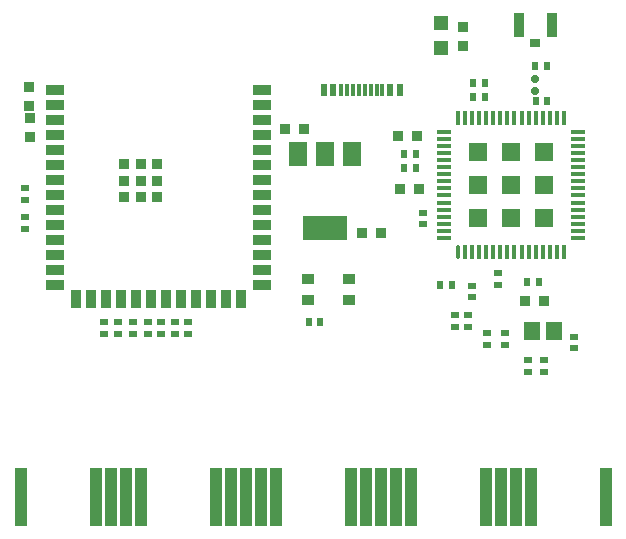
<source format=gtp>
G04*
G04 #@! TF.GenerationSoftware,Altium Limited,Altium Designer,24.2.2 (26)*
G04*
G04 Layer_Color=8421504*
%FSLAX43Y43*%
%MOMM*%
G71*
G04*
G04 #@! TF.SameCoordinates,FF286A8D-2D74-404F-B011-C83B2EBF38CC*
G04*
G04*
G04 #@! TF.FilePolarity,Positive*
G04*
G01*
G75*
%ADD17R,0.965X0.762*%
%ADD18R,0.813X2.134*%
%ADD19R,1.000X5.000*%
%ADD20R,0.900X0.900*%
%ADD21R,1.500X0.900*%
%ADD22R,0.900X1.500*%
%ADD23R,0.370X1.170*%
%ADD24R,0.900X0.900*%
%ADD25R,1.170X0.370*%
%ADD26R,1.500X2.000*%
%ADD27R,3.800X2.000*%
%ADD28R,1.000X0.850*%
%ADD29R,0.700X0.600*%
%ADD30R,0.600X0.700*%
G04:AMPARAMS|DCode=31|XSize=0.6mm|YSize=0.7mm|CornerRadius=0.15mm|HoleSize=0mm|Usage=FLASHONLY|Rotation=90.000|XOffset=0mm|YOffset=0mm|HoleType=Round|Shape=RoundedRectangle|*
%AMROUNDEDRECTD31*
21,1,0.600,0.400,0,0,90.0*
21,1,0.300,0.700,0,0,90.0*
1,1,0.300,0.200,0.150*
1,1,0.300,0.200,-0.150*
1,1,0.300,-0.200,-0.150*
1,1,0.300,-0.200,0.150*
%
%ADD31ROUNDEDRECTD31*%
%ADD32R,1.321X1.524*%
%ADD33R,0.600X1.140*%
%ADD34R,0.300X1.140*%
%ADD35R,1.600X1.600*%
G04:AMPARAMS|DCode=36|XSize=1.17mm|YSize=0.37mm|CornerRadius=0.185mm|HoleSize=0mm|Usage=FLASHONLY|Rotation=90.000|XOffset=0mm|YOffset=0mm|HoleType=Round|Shape=RoundedRectangle|*
%AMROUNDEDRECTD36*
21,1,1.170,0.000,0,0,90.0*
21,1,0.800,0.370,0,0,90.0*
1,1,0.370,0.000,0.400*
1,1,0.370,0.000,-0.400*
1,1,0.370,0.000,-0.400*
1,1,0.370,0.000,0.400*
%
%ADD36ROUNDEDRECTD36*%
%ADD37R,1.200X1.200*%
D17*
X44800Y40819D02*
D03*
D18*
X46195Y42343D02*
D03*
X43404D02*
D03*
D19*
X1235Y2450D02*
D03*
X10125D02*
D03*
X11395D02*
D03*
X7585D02*
D03*
X8855D02*
D03*
X20285D02*
D03*
X19015D02*
D03*
X17745D02*
D03*
X21555D02*
D03*
X22825D02*
D03*
X30445D02*
D03*
X29175D02*
D03*
X32985D02*
D03*
X34255D02*
D03*
X31715D02*
D03*
X43145D02*
D03*
X40605D02*
D03*
X41875D02*
D03*
X50765D02*
D03*
X44415D02*
D03*
D20*
X12775Y30590D02*
D03*
Y29190D02*
D03*
Y27790D02*
D03*
X11375D02*
D03*
X9975D02*
D03*
Y29190D02*
D03*
Y30590D02*
D03*
X11375D02*
D03*
Y29190D02*
D03*
X33363Y28490D02*
D03*
X33200Y33000D02*
D03*
X30100Y24800D02*
D03*
X43950Y18975D02*
D03*
X45550D02*
D03*
X31700Y24800D02*
D03*
X23600Y33600D02*
D03*
X25200D02*
D03*
X34800Y33000D02*
D03*
X34963Y28490D02*
D03*
D21*
X21625Y36910D02*
D03*
Y35640D02*
D03*
Y34370D02*
D03*
Y33100D02*
D03*
Y31830D02*
D03*
Y30560D02*
D03*
Y29290D02*
D03*
Y28020D02*
D03*
Y20400D02*
D03*
X4125D02*
D03*
Y21670D02*
D03*
Y25480D02*
D03*
Y29290D02*
D03*
Y30560D02*
D03*
Y31830D02*
D03*
Y33100D02*
D03*
Y34370D02*
D03*
Y36910D02*
D03*
Y24210D02*
D03*
Y35640D02*
D03*
X21625Y26750D02*
D03*
Y25480D02*
D03*
Y24210D02*
D03*
Y22940D02*
D03*
Y21670D02*
D03*
X4125Y22940D02*
D03*
Y26750D02*
D03*
Y28020D02*
D03*
D22*
X19860Y19150D02*
D03*
X18590D02*
D03*
X17320D02*
D03*
X16050D02*
D03*
X14780D02*
D03*
X13510D02*
D03*
X12240D02*
D03*
X10970D02*
D03*
X9700D02*
D03*
X8430D02*
D03*
X7160D02*
D03*
X5890D02*
D03*
D23*
X40025Y23200D02*
D03*
X39425D02*
D03*
X41825D02*
D03*
X41225D02*
D03*
X44825D02*
D03*
X46025Y34500D02*
D03*
X45425D02*
D03*
X44225D02*
D03*
X43625D02*
D03*
X41225D02*
D03*
X39425D02*
D03*
X38825D02*
D03*
X40625D02*
D03*
X44225Y23200D02*
D03*
X45425D02*
D03*
X38825D02*
D03*
X44825Y34500D02*
D03*
X38225D02*
D03*
X40025D02*
D03*
X41825D02*
D03*
X42425D02*
D03*
X43025D02*
D03*
X46625D02*
D03*
X47225D02*
D03*
Y23200D02*
D03*
X46625D02*
D03*
X46025D02*
D03*
X43625D02*
D03*
X43025D02*
D03*
X42425D02*
D03*
X40625D02*
D03*
D24*
X1975Y34500D02*
D03*
X1952Y35543D02*
D03*
X38700Y42200D02*
D03*
Y40600D02*
D03*
X1952Y37143D02*
D03*
X1975Y32900D02*
D03*
D25*
X37075Y29750D02*
D03*
X48375Y30950D02*
D03*
X37075Y31550D02*
D03*
Y29150D02*
D03*
Y30350D02*
D03*
Y30950D02*
D03*
X48375Y24350D02*
D03*
Y31550D02*
D03*
Y32150D02*
D03*
X37075Y24350D02*
D03*
Y24950D02*
D03*
Y25550D02*
D03*
Y26150D02*
D03*
Y26750D02*
D03*
Y27350D02*
D03*
Y27950D02*
D03*
Y28550D02*
D03*
Y32150D02*
D03*
Y32750D02*
D03*
Y33350D02*
D03*
X48375D02*
D03*
Y32750D02*
D03*
Y30350D02*
D03*
Y29750D02*
D03*
Y29150D02*
D03*
Y28550D02*
D03*
Y27950D02*
D03*
Y27350D02*
D03*
Y26750D02*
D03*
Y26150D02*
D03*
Y25550D02*
D03*
Y24950D02*
D03*
D26*
X27000Y31500D02*
D03*
X24700D02*
D03*
X29300D02*
D03*
D27*
X27000Y25200D02*
D03*
D28*
X25550Y19125D02*
D03*
X29050D02*
D03*
Y20875D02*
D03*
X25550D02*
D03*
D29*
X1600Y28600D02*
D03*
X13100Y16200D02*
D03*
X39100Y17800D02*
D03*
X38000D02*
D03*
X40663Y16326D02*
D03*
X42225Y16326D02*
D03*
X39436Y20319D02*
D03*
X35300Y26500D02*
D03*
X9500Y16200D02*
D03*
X15400D02*
D03*
X48100Y15000D02*
D03*
X41600Y21400D02*
D03*
Y20400D02*
D03*
X48100Y16000D02*
D03*
X14300Y17200D02*
D03*
Y16200D02*
D03*
X15400Y17200D02*
D03*
X9500D02*
D03*
X12000D02*
D03*
Y16200D02*
D03*
X35300Y25500D02*
D03*
X45500Y14000D02*
D03*
Y13000D02*
D03*
X44200Y14000D02*
D03*
Y13000D02*
D03*
X39436Y19319D02*
D03*
X42225Y15326D02*
D03*
X40663Y15325D02*
D03*
X38000Y16800D02*
D03*
X39100D02*
D03*
X13100Y17200D02*
D03*
X1600Y27600D02*
D03*
X1600Y25100D02*
D03*
Y26100D02*
D03*
X8300Y16200D02*
D03*
Y17200D02*
D03*
X10700Y16200D02*
D03*
Y17200D02*
D03*
D30*
X37700Y20400D02*
D03*
X25600Y17200D02*
D03*
X39500Y36300D02*
D03*
X40500D02*
D03*
X26600Y17200D02*
D03*
X34700Y31500D02*
D03*
X33700D02*
D03*
X34700Y30300D02*
D03*
X33700D02*
D03*
X45100Y20600D02*
D03*
X44100D02*
D03*
X40500Y37500D02*
D03*
X39500D02*
D03*
X36700Y20400D02*
D03*
X45750Y38900D02*
D03*
X44750D02*
D03*
X45825Y35925D02*
D03*
X44825D02*
D03*
D31*
X44800Y37800D02*
D03*
Y36800D02*
D03*
D32*
X44475Y16513D02*
D03*
X46390D02*
D03*
D33*
X26900Y36850D02*
D03*
X27700D02*
D03*
X32500D02*
D03*
X33300D02*
D03*
D34*
X28350D02*
D03*
X28850D02*
D03*
X29350D02*
D03*
X29850D02*
D03*
X30350D02*
D03*
X30850D02*
D03*
X31350D02*
D03*
X31850D02*
D03*
D35*
X39925Y26050D02*
D03*
Y28850D02*
D03*
Y31650D02*
D03*
X42725Y26050D02*
D03*
Y28850D02*
D03*
Y31650D02*
D03*
X45525Y26050D02*
D03*
Y28850D02*
D03*
Y31650D02*
D03*
D36*
X38225Y23200D02*
D03*
D37*
X36800Y42550D02*
D03*
Y40450D02*
D03*
M02*

</source>
